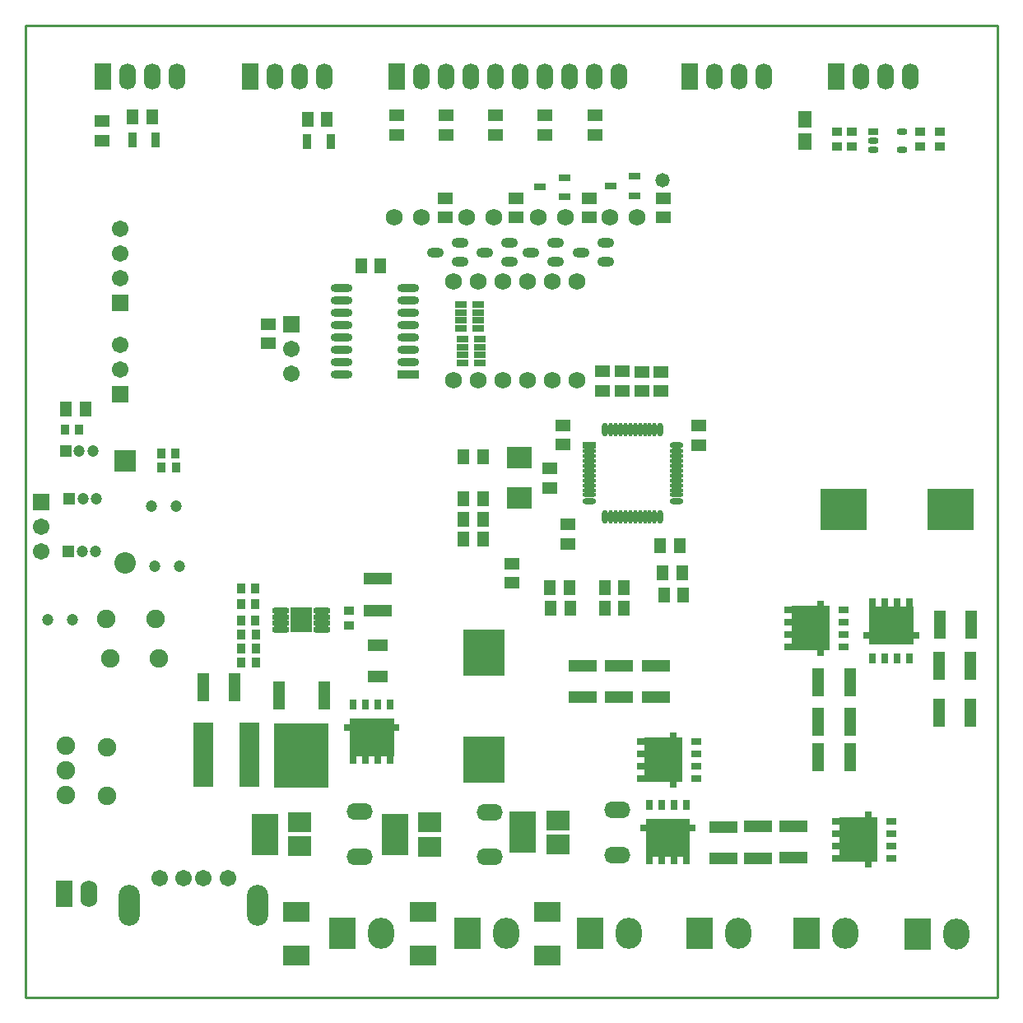
<source format=gts>
%FSLAX25Y25*%
%MOIN*%
G70*
G01*
G75*
G04 Layer_Color=8388736*
%ADD10O,0.06299X0.01772*%
%ADD11R,0.08071X0.09055*%
%ADD12R,0.21654X0.25197*%
%ADD13R,0.03937X0.10827*%
%ADD14R,0.07087X0.03937*%
%ADD15R,0.15748X0.17716*%
%ADD16R,0.03937X0.05118*%
%ADD17R,0.02559X0.05315*%
%ADD18R,0.03937X0.02362*%
%ADD19O,0.03543X0.01969*%
%ADD20R,0.03543X0.01969*%
%ADD21O,0.03543X0.01969*%
%ADD22R,0.10000X0.07500*%
%ADD23R,0.05000X0.06000*%
%ADD24O,0.09843X0.05906*%
%ADD25R,0.08661X0.07087*%
%ADD26R,0.09843X0.15748*%
%ADD27O,0.05906X0.03150*%
%ADD28R,0.04000X0.01969*%
%ADD29R,0.08000X0.02400*%
%ADD30O,0.08000X0.02400*%
%ADD31R,0.09449X0.08268*%
%ADD32R,0.03347X0.02756*%
%ADD33R,0.03937X0.10630*%
%ADD34O,0.00984X0.04724*%
%ADD35O,0.04724X0.00984*%
%ADD36O,0.04724X0.01772*%
%ADD37O,0.01772X0.04724*%
%ADD38R,0.04724X0.01772*%
%ADD39R,0.14410X0.09843*%
%ADD40R,0.14410X0.07874*%
%ADD41R,0.01969X0.06299*%
%ADD42R,0.03543X0.02126*%
%ADD43R,0.07559X0.25590*%
%ADD44R,0.02756X0.03347*%
%ADD45R,0.05118X0.03937*%
%ADD46R,0.09843X0.14410*%
%ADD47R,0.07874X0.14410*%
%ADD48R,0.06299X0.01969*%
%ADD49R,0.02126X0.03543*%
%ADD50R,0.10630X0.03937*%
%ADD51R,0.17716X0.15748*%
%ADD52C,0.01200*%
%ADD53C,0.04000*%
%ADD54C,0.00800*%
%ADD55C,0.03000*%
%ADD56C,0.01000*%
%ADD57C,0.10000*%
%ADD58C,0.08000*%
%ADD59C,0.02000*%
%ADD60C,0.03500*%
%ADD61C,0.06000*%
%ADD62C,0.01500*%
%ADD63R,0.06100X0.05100*%
%ADD64R,0.08400X0.51300*%
%ADD65R,0.14738X0.06832*%
%ADD66R,0.06900X0.03700*%
%ADD67R,0.08000X0.44800*%
%ADD68R,0.05400X0.06100*%
%ADD69R,0.38500X0.08800*%
%ADD70R,0.09971X0.13838*%
%ADD71R,0.05300X0.18000*%
%ADD72R,0.23600X0.17400*%
%ADD73R,0.25624X0.17093*%
%ADD74R,0.24100X0.17400*%
%ADD75C,0.06693*%
%ADD76C,0.06000*%
%ADD77O,0.05906X0.09843*%
%ADD78R,0.05906X0.09843*%
%ADD79O,0.07874X0.15748*%
%ADD80C,0.05906*%
%ADD81R,0.05906X0.05906*%
%ADD82O,0.09843X0.11811*%
%ADD83R,0.09843X0.11811*%
%ADD84O,0.06000X0.10000*%
%ADD85R,0.06000X0.10000*%
%ADD86R,0.07874X0.07874*%
%ADD87C,0.07874*%
%ADD88C,0.03937*%
%ADD89R,0.03937X0.03937*%
%ADD90C,0.04000*%
%ADD91C,0.02000*%
%ADD92C,0.03000*%
%ADD93C,0.02598*%
%ADD94C,0.05000*%
%ADD95R,0.05512X0.07087*%
%ADD96R,0.07087X0.13386*%
%ADD97O,0.01181X0.02756*%
%ADD98O,0.02756X0.01181*%
%ADD99R,0.13386X0.07087*%
%ADD100R,0.09473X0.02178*%
%ADD101R,0.21400X0.03900*%
%ADD102R,0.04263X0.05806*%
%ADD103R,0.22500X1.19600*%
%ADD104R,0.29000X0.26900*%
%ADD105C,0.00984*%
%ADD106C,0.00500*%
%ADD107C,0.00394*%
%ADD108C,0.00787*%
%ADD109C,0.00591*%
%ADD110R,0.04724X0.02756*%
%ADD111R,0.01968X0.03543*%
%ADD112R,0.11024X0.03150*%
%ADD113O,0.07099X0.02572*%
%ADD114R,0.08871X0.09855*%
%ADD115R,0.22453X0.25997*%
%ADD116R,0.04737X0.11627*%
%ADD117R,0.07887X0.04737*%
%ADD118R,0.16548X0.18517*%
%ADD119R,0.04737X0.05918*%
%ADD120R,0.03359X0.06115*%
%ADD121R,0.04737X0.03162*%
%ADD122O,0.04343X0.02769*%
%ADD123R,0.04343X0.02769*%
%ADD124O,0.04343X0.02769*%
%ADD125R,0.10800X0.08300*%
%ADD126R,0.05800X0.06800*%
%ADD127O,0.10642X0.06706*%
%ADD128R,0.09461X0.07887*%
%ADD129R,0.10642X0.16548*%
%ADD130O,0.06706X0.03950*%
%ADD131R,0.04800X0.02769*%
%ADD132R,0.08800X0.03200*%
%ADD133O,0.08800X0.03200*%
%ADD134R,0.10249X0.09068*%
%ADD135R,0.04147X0.03556*%
%ADD136R,0.04737X0.11430*%
%ADD137O,0.01784X0.05524*%
%ADD138O,0.05524X0.01784*%
%ADD139O,0.05524X0.02572*%
%ADD140O,0.02572X0.05524*%
%ADD141R,0.05524X0.02572*%
%ADD142R,0.15210X0.10642*%
%ADD143R,0.15210X0.08674*%
%ADD144R,0.02769X0.07099*%
%ADD145R,0.04343X0.02926*%
%ADD146R,0.08359X0.26391*%
%ADD147R,0.03556X0.04147*%
%ADD148R,0.05918X0.04737*%
%ADD149R,0.10642X0.15210*%
%ADD150R,0.08674X0.15210*%
%ADD151R,0.07099X0.02769*%
%ADD152R,0.02926X0.04343*%
%ADD153R,0.11430X0.04737*%
%ADD154R,0.18517X0.16548*%
%ADD155C,0.07493*%
%ADD156C,0.06800*%
%ADD157O,0.06706X0.10642*%
%ADD158R,0.06706X0.10642*%
%ADD159O,0.08674X0.16548*%
%ADD160C,0.06706*%
%ADD161R,0.06706X0.06706*%
%ADD162O,0.10642X0.12611*%
%ADD163R,0.10642X0.12611*%
%ADD164O,0.06800X0.10800*%
%ADD165R,0.06800X0.10800*%
%ADD166R,0.08674X0.08674*%
%ADD167C,0.08674*%
%ADD168C,0.04737*%
%ADD169R,0.04737X0.04737*%
%ADD170C,0.05800*%
D56*
X311024Y-393701D02*
Y0D01*
X-82677Y-393701D02*
X311024D01*
X-82677D02*
Y0D01*
X311024D01*
D113*
X20634Y-237061D02*
D03*
Y-239620D02*
D03*
Y-242179D02*
D03*
Y-244739D02*
D03*
X37366Y-237061D02*
D03*
Y-239620D02*
D03*
Y-242179D02*
D03*
Y-244739D02*
D03*
D114*
X29000Y-240900D02*
D03*
D115*
X29100Y-295665D02*
D03*
D116*
X20045Y-271452D02*
D03*
X38155D02*
D03*
D117*
X60100Y-251100D02*
D03*
Y-263895D02*
D03*
D118*
X103000Y-297400D02*
D03*
Y-254093D02*
D03*
D119*
X61000Y-97500D02*
D03*
X53126D02*
D03*
X182300Y-210600D02*
D03*
X174426D02*
D03*
X94600Y-200200D02*
D03*
X102474D02*
D03*
X94700Y-191762D02*
D03*
X102574D02*
D03*
X94700Y-174762D02*
D03*
X102574D02*
D03*
X31526Y-38200D02*
D03*
X39400D02*
D03*
X102574Y-208100D02*
D03*
X94700D02*
D03*
X-58526Y-155500D02*
D03*
X-66400D02*
D03*
X-39374Y-37000D02*
D03*
X-31500D02*
D03*
X183674Y-230800D02*
D03*
X175800D02*
D03*
X151826Y-227900D02*
D03*
X159700D02*
D03*
X129626Y-227800D02*
D03*
X137500D02*
D03*
X183174Y-221800D02*
D03*
X175300D02*
D03*
X151826Y-235974D02*
D03*
X159700D02*
D03*
X129926D02*
D03*
X137800D02*
D03*
D120*
X31400Y-47200D02*
D03*
X40849D02*
D03*
X-39500Y-46500D02*
D03*
X-30051D02*
D03*
D121*
X164000Y-69000D02*
D03*
X154157Y-65063D02*
D03*
X164000Y-61126D02*
D03*
X135500Y-69500D02*
D03*
X125657Y-65563D02*
D03*
X135500Y-61626D02*
D03*
D122*
X272411Y-50480D02*
D03*
X260600Y-46740D02*
D03*
Y-50480D02*
D03*
D123*
Y-43000D02*
D03*
D124*
X272411D02*
D03*
D125*
X27000Y-359200D02*
D03*
Y-376700D02*
D03*
X128497Y-359100D02*
D03*
Y-376600D02*
D03*
X78349Y-359100D02*
D03*
Y-376600D02*
D03*
D126*
X233000Y-47200D02*
D03*
Y-38200D02*
D03*
D127*
X52506Y-336655D02*
D03*
Y-318545D02*
D03*
X105206Y-336855D02*
D03*
Y-318745D02*
D03*
X157006Y-335955D02*
D03*
Y-317845D02*
D03*
D128*
X28294Y-332521D02*
D03*
X28294Y-322679D02*
D03*
X80994Y-332721D02*
D03*
X80994Y-322879D02*
D03*
X132794Y-331821D02*
D03*
X132794Y-321979D02*
D03*
D129*
X14120Y-327600D02*
D03*
X66820Y-327800D02*
D03*
X118620Y-326900D02*
D03*
D130*
X83400Y-91960D02*
D03*
X93400Y-88220D02*
D03*
Y-95700D02*
D03*
X103300Y-91960D02*
D03*
X113300Y-88220D02*
D03*
Y-95700D02*
D03*
X121800Y-91960D02*
D03*
X131800Y-88220D02*
D03*
Y-95700D02*
D03*
X142200Y-91960D02*
D03*
X152200Y-88220D02*
D03*
Y-95700D02*
D03*
D131*
X93745Y-122605D02*
D03*
X100745D02*
D03*
X93745Y-119455D02*
D03*
X100745D02*
D03*
X93745Y-116306D02*
D03*
X100745D02*
D03*
X93745Y-113156D02*
D03*
X100745D02*
D03*
X94245Y-136605D02*
D03*
X101245D02*
D03*
X94245Y-133455D02*
D03*
X101245D02*
D03*
X94245Y-130306D02*
D03*
X101245D02*
D03*
X94245Y-127156D02*
D03*
X101245D02*
D03*
D132*
X72200Y-141300D02*
D03*
D133*
Y-136300D02*
D03*
Y-131300D02*
D03*
Y-126300D02*
D03*
Y-121300D02*
D03*
Y-116300D02*
D03*
Y-111300D02*
D03*
Y-106300D02*
D03*
X45200D02*
D03*
Y-111300D02*
D03*
Y-116300D02*
D03*
Y-121300D02*
D03*
Y-126300D02*
D03*
Y-131300D02*
D03*
Y-136300D02*
D03*
Y-141300D02*
D03*
D134*
X117200Y-174994D02*
D03*
Y-191530D02*
D03*
D135*
X48400Y-237094D02*
D03*
Y-243000D02*
D03*
X252092Y-48997D02*
D03*
Y-43092D02*
D03*
X279500Y-48906D02*
D03*
Y-43000D02*
D03*
X287500Y-43095D02*
D03*
Y-49000D02*
D03*
X245900Y-43095D02*
D03*
Y-49000D02*
D03*
D136*
X287605Y-242600D02*
D03*
X300400D02*
D03*
X1995Y-268000D02*
D03*
X-10800D02*
D03*
X251195Y-266200D02*
D03*
X238400D02*
D03*
X251195Y-282100D02*
D03*
X238400D02*
D03*
X251195Y-296500D02*
D03*
X238400D02*
D03*
X287205Y-278500D02*
D03*
X300000D02*
D03*
X287305Y-259500D02*
D03*
X300100D02*
D03*
D137*
X158295Y-199075D02*
D03*
X166169D02*
D03*
X160264D02*
D03*
X164201D02*
D03*
X162232D02*
D03*
X170106D02*
D03*
X164201Y-163642D02*
D03*
X172075D02*
D03*
X156327Y-199075D02*
D03*
X168138D02*
D03*
X170106Y-163642D02*
D03*
X168138D02*
D03*
X166169D02*
D03*
X162232D02*
D03*
X160264D02*
D03*
X158295D02*
D03*
X156327D02*
D03*
X154358D02*
D03*
Y-199075D02*
D03*
X172075D02*
D03*
D138*
X145500Y-188248D02*
D03*
Y-178405D02*
D03*
Y-184311D02*
D03*
Y-190217D02*
D03*
Y-180374D02*
D03*
Y-174469D02*
D03*
X180933Y-182343D02*
D03*
Y-186279D02*
D03*
Y-188248D02*
D03*
X145500Y-172500D02*
D03*
X180933D02*
D03*
X145500Y-182343D02*
D03*
Y-176437D02*
D03*
X180933Y-190217D02*
D03*
Y-180374D02*
D03*
Y-176437D02*
D03*
Y-178405D02*
D03*
Y-184311D02*
D03*
X180933Y-174469D02*
D03*
X145500Y-186279D02*
D03*
D139*
Y-192579D02*
D03*
X180933D02*
D03*
Y-170138D02*
D03*
D140*
X151996Y-199075D02*
D03*
X174437Y-163642D02*
D03*
X151996D02*
D03*
X174437Y-199075D02*
D03*
D141*
X145500Y-170138D02*
D03*
D142*
X175572Y-293841D02*
D03*
X254672Y-326141D02*
D03*
X235272Y-240541D02*
D03*
D143*
X175572Y-302083D02*
D03*
X254672Y-334383D02*
D03*
X235272Y-248783D02*
D03*
D144*
X179608Y-289588D02*
D03*
Y-305336D02*
D03*
X258708Y-321888D02*
D03*
Y-337636D02*
D03*
X239308Y-252036D02*
D03*
Y-236288D02*
D03*
D145*
X188860Y-299962D02*
D03*
X166822D02*
D03*
X188860Y-289962D02*
D03*
Y-294962D02*
D03*
X166822Y-289962D02*
D03*
X188860Y-304962D02*
D03*
X166822D02*
D03*
Y-294962D02*
D03*
X267960Y-332262D02*
D03*
X245922D02*
D03*
X267960Y-322262D02*
D03*
Y-327262D02*
D03*
X245922Y-322262D02*
D03*
X267960Y-337262D02*
D03*
X245922D02*
D03*
Y-327262D02*
D03*
X226522Y-241662D02*
D03*
Y-251662D02*
D03*
X248560D02*
D03*
X226522Y-236662D02*
D03*
X248560Y-241662D02*
D03*
Y-236662D02*
D03*
X226522Y-246662D02*
D03*
X248560D02*
D03*
D146*
X-10876Y-295500D02*
D03*
X8100D02*
D03*
D147*
X-60900Y-163700D02*
D03*
X-66805D02*
D03*
X-27705Y-179100D02*
D03*
X-21800D02*
D03*
X-21894Y-173500D02*
D03*
X-27800D02*
D03*
X10406Y-228100D02*
D03*
X4500D02*
D03*
X10611Y-246800D02*
D03*
X4706D02*
D03*
X10605Y-258200D02*
D03*
X4700D02*
D03*
X4705Y-252300D02*
D03*
X10611D02*
D03*
X4500Y-234500D02*
D03*
X10406D02*
D03*
X10400Y-241100D02*
D03*
X4495D02*
D03*
D148*
X-51600Y-38700D02*
D03*
Y-46574D02*
D03*
X190100Y-162200D02*
D03*
Y-170074D02*
D03*
X135000Y-162000D02*
D03*
Y-169874D02*
D03*
X137000Y-210000D02*
D03*
Y-202126D02*
D03*
X129700Y-179388D02*
D03*
Y-187262D02*
D03*
X107750Y-44274D02*
D03*
Y-36400D02*
D03*
X87725Y-44274D02*
D03*
Y-36400D02*
D03*
X166800Y-148174D02*
D03*
Y-140300D02*
D03*
X15600Y-120926D02*
D03*
Y-128800D02*
D03*
X174600Y-148174D02*
D03*
Y-140300D02*
D03*
X67700Y-44274D02*
D03*
Y-36400D02*
D03*
X87200Y-69926D02*
D03*
Y-77800D02*
D03*
X116000Y-70026D02*
D03*
Y-77900D02*
D03*
X145500Y-70026D02*
D03*
Y-77900D02*
D03*
X175500Y-70026D02*
D03*
Y-77900D02*
D03*
X114300Y-218026D02*
D03*
Y-225900D02*
D03*
X159000Y-147974D02*
D03*
Y-140100D02*
D03*
X151100Y-140126D02*
D03*
Y-148000D02*
D03*
X127775Y-36400D02*
D03*
Y-44274D02*
D03*
X147800D02*
D03*
Y-36400D02*
D03*
D149*
X173857Y-329000D02*
D03*
X53941Y-288328D02*
D03*
X271559Y-242972D02*
D03*
D150*
X182100Y-329000D02*
D03*
X62183Y-288328D02*
D03*
X263317Y-242972D02*
D03*
D151*
X169605Y-324965D02*
D03*
X185353D02*
D03*
X49688Y-284292D02*
D03*
X65436D02*
D03*
X260064Y-247008D02*
D03*
X275812D02*
D03*
D152*
X179979Y-315713D02*
D03*
Y-337750D02*
D03*
X169979Y-315713D02*
D03*
X174979D02*
D03*
X169979Y-337750D02*
D03*
X184979Y-315713D02*
D03*
Y-337750D02*
D03*
X174979D02*
D03*
X60062Y-275040D02*
D03*
Y-297078D02*
D03*
X50062Y-275040D02*
D03*
X55062D02*
D03*
X50062Y-297078D02*
D03*
X65062Y-275040D02*
D03*
Y-297078D02*
D03*
X55062D02*
D03*
X270438Y-234222D02*
D03*
X260438D02*
D03*
Y-256260D02*
D03*
X275438Y-234222D02*
D03*
X270438Y-256260D02*
D03*
X275438D02*
D03*
X265438Y-234222D02*
D03*
Y-256260D02*
D03*
D153*
X142900Y-272095D02*
D03*
Y-259300D02*
D03*
X172700Y-272095D02*
D03*
Y-259300D02*
D03*
X157600Y-272095D02*
D03*
Y-259300D02*
D03*
X228322Y-324377D02*
D03*
Y-337172D02*
D03*
X199817Y-324577D02*
D03*
Y-337372D02*
D03*
X214117Y-324477D02*
D03*
Y-337272D02*
D03*
X60000Y-224205D02*
D03*
Y-237000D02*
D03*
D154*
X248700Y-196100D02*
D03*
X292007D02*
D03*
D155*
X-30200Y-240400D02*
D03*
X-49885D02*
D03*
X-49800Y-292500D02*
D03*
Y-312185D02*
D03*
X-66300Y-291700D02*
D03*
Y-301700D02*
D03*
Y-311700D02*
D03*
X-48400Y-256500D02*
D03*
X-28715D02*
D03*
D156*
X154074Y-77837D02*
D03*
X165074D02*
D03*
X120649Y-103900D02*
D03*
X110649D02*
D03*
X100649D02*
D03*
X130649D02*
D03*
X90649D02*
D03*
X140649D02*
D03*
X120649Y-143900D02*
D03*
X110649D02*
D03*
X100649D02*
D03*
X90649D02*
D03*
X130649D02*
D03*
X140649D02*
D03*
X124940Y-77837D02*
D03*
X135940D02*
D03*
X95806D02*
D03*
X106806D02*
D03*
X66672D02*
D03*
X77672D02*
D03*
D157*
X127500Y-20700D02*
D03*
X137500D02*
D03*
X147500D02*
D03*
X157500D02*
D03*
X117500D02*
D03*
X107500D02*
D03*
X77500D02*
D03*
X97500D02*
D03*
X87500D02*
D03*
X255700D02*
D03*
X275700D02*
D03*
X265700D02*
D03*
X196300D02*
D03*
X216300D02*
D03*
X206300D02*
D03*
X-31500D02*
D03*
X-21500D02*
D03*
X-41500D02*
D03*
X28200D02*
D03*
X38200D02*
D03*
X18200D02*
D03*
D158*
X67500D02*
D03*
X245700D02*
D03*
X186300D02*
D03*
X-51500D02*
D03*
X8200D02*
D03*
D159*
X11364Y-356324D02*
D03*
X-40605D02*
D03*
D160*
X-841Y-345300D02*
D03*
X-10684D02*
D03*
X-18557D02*
D03*
X-28400D02*
D03*
X-44500Y-82300D02*
D03*
Y-92300D02*
D03*
Y-102300D02*
D03*
X-76500Y-203200D02*
D03*
Y-213200D02*
D03*
X25000Y-131000D02*
D03*
Y-141000D02*
D03*
X-44300Y-139500D02*
D03*
Y-129500D02*
D03*
D161*
X-44500Y-112300D02*
D03*
X-76500Y-193200D02*
D03*
X25000Y-121000D02*
D03*
X-44300Y-149500D02*
D03*
D162*
X61300Y-367800D02*
D03*
X294300Y-368000D02*
D03*
X205900Y-367700D02*
D03*
X249200Y-367800D02*
D03*
X161500Y-367700D02*
D03*
X112000D02*
D03*
D163*
X45709Y-367800D02*
D03*
X278709Y-368000D02*
D03*
X190309Y-367700D02*
D03*
X233609Y-367800D02*
D03*
X145909Y-367700D02*
D03*
X96409D02*
D03*
D164*
X-57200Y-351900D02*
D03*
D165*
X-67200D02*
D03*
D166*
X-42345Y-176558D02*
D03*
D167*
Y-217739D02*
D03*
D168*
X-20400Y-219000D02*
D03*
X-30400D02*
D03*
X-54288Y-213100D02*
D03*
X-59800D02*
D03*
X-63800Y-240800D02*
D03*
X-73800D02*
D03*
X-55488Y-172300D02*
D03*
X-61000D02*
D03*
X-53888Y-191700D02*
D03*
X-59400D02*
D03*
X-21800Y-194800D02*
D03*
X-31800D02*
D03*
D169*
X-65312Y-213100D02*
D03*
X-66512Y-172300D02*
D03*
X-64912Y-191700D02*
D03*
D170*
X175400Y-62900D02*
D03*
M02*

</source>
